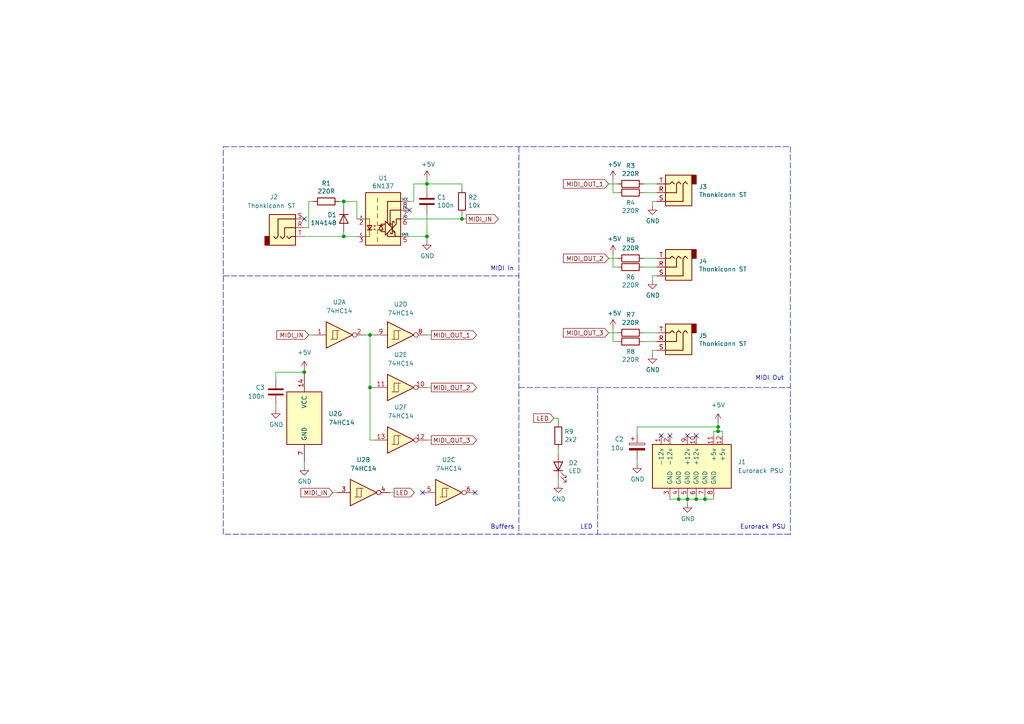
<source format=kicad_sch>
(kicad_sch (version 20211123) (generator eeschema)
  (paper "A4")
  (title_block (title "midi-splitter") (date "2022-11-20") (rev "A") (company "eurorack.rgm.io") (comment 3 "Released under CERN Open Hardware Licence Version 2 - Strongly Reciprocal") (comment 4 "Designed by: Rafael G. Martins"))
  (lib_symbols
    (symbol "74xx:74HC14" (pin_names (offset 1.016))
      (property "Reference" "U" (at 0 1.27 0))
      (property "Value" "74HC14" (at 0 -1.27 0))
      (symbol "74HC14_1_0"
        (polyline (pts (xy -3.81 3.81) (xy -3.81 -3.81) (xy 3.81 0) (xy -3.81 3.81)) (stroke (width 0.254)) (fill (type background)))
        (pin input line (at -7.62 0 0) (length 3.81) (name "~") (number "1"))
        (pin output inverted (at 7.62 0 180) (length 3.81) (name "~") (number "2"))
      )
      (symbol "74HC14_1_1"
        (polyline (pts (xy -1.905 -1.27) (xy -1.905 1.27) (xy -0.635 1.27)))
        (polyline (pts (xy -2.54 -1.27) (xy -0.635 -1.27) (xy -0.635 1.27) (xy 0 1.27)))
      )
      (symbol "74HC14_2_0"
        (polyline (pts (xy -3.81 3.81) (xy -3.81 -3.81) (xy 3.81 0) (xy -3.81 3.81)) (stroke (width 0.254)) (fill (type background)))
        (pin input line (at -7.62 0 0) (length 3.81) (name "~") (number "3"))
        (pin output inverted (at 7.62 0 180) (length 3.81) (name "~") (number "4"))
      )
      (symbol "74HC14_2_1"
        (polyline (pts (xy -1.905 -1.27) (xy -1.905 1.27) (xy -0.635 1.27)))
        (polyline (pts (xy -2.54 -1.27) (xy -0.635 -1.27) (xy -0.635 1.27) (xy 0 1.27)))
      )
      (symbol "74HC14_3_0"
        (polyline (pts (xy -3.81 3.81) (xy -3.81 -3.81) (xy 3.81 0) (xy -3.81 3.81)) (stroke (width 0.254)) (fill (type background)))
        (pin input line (at -7.62 0 0) (length 3.81) (name "~") (number "5"))
        (pin output inverted (at 7.62 0 180) (length 3.81) (name "~") (number "6"))
      )
      (symbol "74HC14_3_1"
        (polyline (pts (xy -1.905 -1.27) (xy -1.905 1.27) (xy -0.635 1.27)))
        (polyline (pts (xy -2.54 -1.27) (xy -0.635 -1.27) (xy -0.635 1.27) (xy 0 1.27)))
      )
      (symbol "74HC14_4_0"
        (polyline (pts (xy -3.81 3.81) (xy -3.81 -3.81) (xy 3.81 0) (xy -3.81 3.81)) (stroke (width 0.254)) (fill (type background)))
        (pin output inverted (at 7.62 0 180) (length 3.81) (name "~") (number "8"))
        (pin input line (at -7.62 0 0) (length 3.81) (name "~") (number "9"))
      )
      (symbol "74HC14_4_1"
        (polyline (pts (xy -1.905 -1.27) (xy -1.905 1.27) (xy -0.635 1.27)))
        (polyline (pts (xy -2.54 -1.27) (xy -0.635 -1.27) (xy -0.635 1.27) (xy 0 1.27)))
      )
      (symbol "74HC14_5_0"
        (polyline (pts (xy -3.81 3.81) (xy -3.81 -3.81) (xy 3.81 0) (xy -3.81 3.81)) (stroke (width 0.254)) (fill (type background)))
        (pin output inverted (at 7.62 0 180) (length 3.81) (name "~") (number "10"))
        (pin input line (at -7.62 0 0) (length 3.81) (name "~") (number "11"))
      )
      (symbol "74HC14_5_1"
        (polyline (pts (xy -1.905 -1.27) (xy -1.905 1.27) (xy -0.635 1.27)))
        (polyline (pts (xy -2.54 -1.27) (xy -0.635 -1.27) (xy -0.635 1.27) (xy 0 1.27)))
      )
      (symbol "74HC14_6_0"
        (polyline (pts (xy -3.81 3.81) (xy -3.81 -3.81) (xy 3.81 0) (xy -3.81 3.81)) (stroke (width 0.254)) (fill (type background)))
        (pin output inverted (at 7.62 0 180) (length 3.81) (name "~") (number "12"))
        (pin input line (at -7.62 0 0) (length 3.81) (name "~") (number "13"))
      )
      (symbol "74HC14_6_1"
        (polyline (pts (xy -1.905 -1.27) (xy -1.905 1.27) (xy -0.635 1.27)))
        (polyline (pts (xy -2.54 -1.27) (xy -0.635 -1.27) (xy -0.635 1.27) (xy 0 1.27)))
      )
      (symbol "74HC14_7_0"
        (pin power_in line (at 0 12.7 270) (length 5.08) (name "VCC") (number "14"))
        (pin power_in line (at 0 -12.7 90) (length 5.08) (name "GND") (number "7"))
      )
      (symbol "74HC14_7_1"
        (rectangle (start -5.08 7.62) (end 5.08 -7.62) (stroke (width 0.254)) (fill (type background)))
      )
    )
    (symbol "Connector:AudioJack3"
      (property "Reference" "J" (at 0 8.89 0))
      (property "Value" "AudioJack3" (at 0 6.35 0))
      (symbol "AudioJack3_0_1"
        (rectangle (start -5.08 -5.08) (end -6.35 -2.54) (stroke (width 0.254)) (fill (type outline)))
        (polyline (pts (xy 0 -2.54) (xy 0.635 -3.175) (xy 1.27 -2.54) (xy 2.54 -2.54)) (stroke (width 0.254)))
        (polyline (pts (xy -1.905 -2.54) (xy -1.27 -3.175) (xy -0.635 -2.54) (xy -0.635 0) (xy 2.54 0)) (stroke (width 0.254)))
        (polyline (pts (xy 2.54 2.54) (xy -2.54 2.54) (xy -2.54 -2.54) (xy -3.175 -3.175) (xy -3.81 -2.54)) (stroke (width 0.254)))
        (rectangle (start 2.54 3.81) (end -5.08 -5.08) (stroke (width 0.254)) (fill (type background)))
      )
      (symbol "AudioJack3_1_1"
        (pin passive line (at 5.08 0 180) (length 2.54) (name "~") (number "R"))
        (pin passive line (at 5.08 2.54 180) (length 2.54) (name "~") (number "S"))
        (pin passive line (at 5.08 -2.54 180) (length 2.54) (name "~") (number "T"))
      )
    )
    (symbol "Device:C" (pin_numbers hide) (pin_names (offset 0.254))
      (property "Reference" "C" (at 0.635 2.54 0))
      (property "Value" "C" (at 0.635 -2.54 0))
      (symbol "C_0_1"
        (polyline (pts (xy -2.032 -0.762) (xy 2.032 -0.762)) (stroke (width 0.508)))
        (polyline (pts (xy -2.032 0.762) (xy 2.032 0.762)) (stroke (width 0.508)))
      )
      (symbol "C_1_1"
        (pin passive line (at 0 3.81 270) (length 2.794) (name "~") (number "1"))
        (pin passive line (at 0 -3.81 90) (length 2.794) (name "~") (number "2"))
      )
    )
    (symbol "Device:C_Polarized" (pin_numbers hide) (pin_names (offset 0.254))
      (property "Reference" "C" (at 0.635 2.54 0))
      (property "Value" "C_Polarized" (at 0.635 -2.54 0))
      (symbol "C_Polarized_0_1"
        (rectangle (start -2.286 0.508) (end 2.286 1.016))
        (polyline (pts (xy -1.778 2.286) (xy -0.762 2.286)))
        (polyline (pts (xy -1.27 2.794) (xy -1.27 1.778)))
        (rectangle (start 2.286 -0.508) (end -2.286 -1.016) (fill (type outline)))
      )
      (symbol "C_Polarized_1_1"
        (pin passive line (at 0 3.81 270) (length 2.794) (name "~") (number "1"))
        (pin passive line (at 0 -3.81 90) (length 2.794) (name "~") (number "2"))
      )
    )
    (symbol "Device:LED" (pin_numbers hide) (pin_names (offset 1.016) hide)
      (property "Reference" "D" (at 0 2.54 0))
      (property "Value" "LED" (at 0 -2.54 0))
      (symbol "LED_0_1"
        (polyline (pts (xy -1.27 -1.27) (xy -1.27 1.27)) (stroke (width 0.254)))
        (polyline (pts (xy -1.27 0) (xy 1.27 0)))
        (polyline (pts (xy 1.27 -1.27) (xy 1.27 1.27) (xy -1.27 0) (xy 1.27 -1.27)) (stroke (width 0.254)))
        (polyline (pts (xy -3.048 -0.762) (xy -4.572 -2.286) (xy -3.81 -2.286) (xy -4.572 -2.286) (xy -4.572 -1.524)))
        (polyline (pts (xy -1.778 -0.762) (xy -3.302 -2.286) (xy -2.54 -2.286) (xy -3.302 -2.286) (xy -3.302 -1.524)))
      )
      (symbol "LED_1_1"
        (pin passive line (at -3.81 0 0) (length 2.54) (name "K") (number "1"))
        (pin passive line (at 3.81 0 180) (length 2.54) (name "A") (number "2"))
      )
    )
    (symbol "Device:R" (pin_numbers hide) (pin_names (offset 0))
      (property "Reference" "R" (at 2.032 0 90))
      (property "Value" "R" (at 0 0 90))
      (symbol "R_0_1"
        (rectangle (start -1.016 -2.54) (end 1.016 2.54) (stroke (width 0.254)))
      )
      (symbol "R_1_1"
        (pin passive line (at 0 3.81 270) (length 1.27) (name "~") (number "1"))
        (pin passive line (at 0 -3.81 90) (length 1.27) (name "~") (number "2"))
      )
    )
    (symbol "Diode:1N4148" (pin_numbers hide) (pin_names (offset 1.016) hide)
      (property "Reference" "D" (at 0 2.54 0))
      (property "Value" "1N4148" (at 0 -2.54 0))
      (symbol "1N4148_0_1"
        (polyline (pts (xy -1.27 1.27) (xy -1.27 -1.27)) (stroke (width 0.254)))
        (polyline (pts (xy 1.27 0) (xy -1.27 0)))
        (polyline (pts (xy 1.27 1.27) (xy 1.27 -1.27) (xy -1.27 0) (xy 1.27 1.27)) (stroke (width 0.254)))
      )
      (symbol "1N4148_1_1"
        (pin passive line (at -3.81 0 0) (length 2.54) (name "K") (number "1"))
        (pin passive line (at 3.81 0 180) (length 2.54) (name "A") (number "2"))
      )
    )
    (symbol "Isolator:6N137" (pin_names (offset 0))
      (property "Reference" "U" (at -4.064 8.89 0))
      (property "Value" "6N137" (at 0 -8.89 0))
      (symbol "6N137_0_1"
        (polyline (pts (xy 2.667 -3.556) (xy 2.667 -1.651)) (stroke (width 0.254)))
        (polyline (pts (xy 2.667 -2.159) (xy 2.667 -2.921)) (stroke (width 0.254)))
        (polyline (pts (xy 3.429 -3.937) (xy 3.429 -5.08)) (stroke (width 0.254)))
        (polyline (pts (xy -0.635 -3.302) (xy -0.635 -3.683) (xy 0.635 -3.683)) (stroke (width 0.254)))
        (polyline (pts (xy -0.635 -1.905) (xy -0.635 -1.524) (xy 0.508 -1.524)) (stroke (width 0.254)))
        (polyline (pts (xy 1.27 -4.064) (xy 1.27 -5.08) (xy 5.08 -5.08)) (stroke (width 0.254)))
        (polyline (pts (xy 1.27 -1.27) (xy 1.27 5.08) (xy 5.08 5.08)) (stroke (width 0.254)))
        (polyline (pts (xy 2.032 -1.27) (xy 2.032 2.54) (xy 5.08 2.54)) (stroke (width 0.254)))
        (polyline (pts (xy -5.08 -5.08) (xy -3.937 -5.08) (xy -3.937 0) (xy -5.08 0)))
        (polyline (pts (xy 2.667 -3.302) (xy 2.667 -4.318) (xy 2.159 -4.318) (xy 2.159 -3.937)) (stroke (width 0.254)))
        (polyline (pts (xy 2.667 -2.667) (xy 0.635 -4.699) (xy 0.635 -0.635) (xy 2.667 -2.667)) (stroke (width 0.254)))
        (polyline (pts (xy 2.667 -1.778) (xy 2.667 -0.762) (xy 3.175 -0.762) (xy 3.175 -1.143)) (stroke (width 0.254)))
        (polyline (pts (xy 2.794 -2.54) (xy 3.81 -1.524) (xy 3.81 0) (xy 5.08 0)) (stroke (width 0.254)))
        (polyline (pts (xy 2.667 -3.175) (xy 3.429 -3.937) (xy 3.302 -3.556) (xy 3.048 -3.81) (xy 3.429 -3.937)) (stroke (width 0.254)))
        (circle (center 2.032 -1.524) (radius 0.254) (stroke (width 0.254)))
      )
      (symbol "6N137_1_1"
        (rectangle (start -5.08 7.62) (end 5.08 -7.62) (stroke (width 0.254)) (fill (type background)))
        (polyline (pts (xy -4.572 -3.175) (xy -3.302 -3.175)) (stroke (width 0.254)))
        (polyline (pts (xy -1.651 -5.334) (xy -1.651 -6.604)))
        (polyline (pts (xy -1.651 -3.048) (xy -1.651 -4.318)))
        (polyline (pts (xy -1.651 -0.762) (xy -1.651 -2.032)))
        (polyline (pts (xy -1.651 1.524) (xy -1.651 0.254)))
        (polyline (pts (xy -1.651 3.81) (xy -1.651 2.54)))
        (polyline (pts (xy -1.651 6.096) (xy -1.651 4.826)))
        (polyline (pts (xy -1.27 -1.905) (xy 0 -1.905)) (stroke (width 0.254)))
        (polyline (pts (xy -3.937 -3.175) (xy -4.572 -1.905) (xy -3.302 -1.905) (xy -3.937 -3.175)) (stroke (width 0.254)))
        (polyline (pts (xy -0.635 -1.905) (xy -1.27 -3.175) (xy 0 -3.175) (xy -0.635 -1.905)) (stroke (width 0.254)))
        (polyline (pts (xy -2.921 -3.048) (xy -2.159 -3.048) (xy -2.54 -3.175) (xy -2.54 -2.921) (xy -2.159 -3.048)) (stroke (width 0.127)))
        (polyline (pts (xy -2.921 -2.032) (xy -2.159 -2.032) (xy -2.54 -2.159) (xy -2.54 -1.905) (xy -2.159 -2.032)) (stroke (width 0.127)))
        (pin no_connect line (at -5.08 5.08 0) (length 2.54) hide (name "NC") (number "1"))
        (pin passive line (at -7.62 0 0) (length 2.54) (name "A") (number "2"))
        (pin passive line (at -7.62 -5.08 0) (length 2.54) (name "C") (number "3"))
        (pin power_in line (at 7.62 -5.08 180) (length 2.54) (name "GND") (number "5"))
        (pin open_collector line (at 7.62 0 180) (length 2.54) (name "VO") (number "6"))
        (pin input line (at 7.62 2.54 180) (length 2.54) (name "EN") (number "7"))
        (pin power_in line (at 7.62 5.08 180) (length 2.54) (name "VCC") (number "8"))
      )
    )
    (symbol "eurorack:Connector_Eurorack_PSU" (pin_names (offset 1.016))
      (property "Reference" "J" (at 8.89 -6.35 0))
      (property "Value" "Connector_Eurorack_PSU" (at 8.89 -8.89 0))
      (symbol "Connector_Eurorack_PSU_0_1"
        (rectangle (start -11.43 8.89) (end 11.43 -3.81) (stroke (width 0.254)) (fill (type background)))
      )
      (symbol "Connector_Eurorack_PSU_1_1"
        (pin power_out line (at -8.89 11.43 270) (length 2.54) (name "-12v") (number "1"))
        (pin passive line (at 1.27 11.43 270) (length 2.54) (name "+12v") (number "10"))
        (pin power_out line (at 6.35 11.43 270) (length 2.54) (name "+5v") (number "11"))
        (pin passive line (at 8.89 11.43 270) (length 2.54) (name "+5v") (number "12"))
        (pin no_connect line (at -13.97 1.27 0) (length 2.54) hide (name "NC") (number "13"))
        (pin no_connect line (at -13.97 -1.27 0) (length 2.54) hide (name "NC") (number "14"))
        (pin no_connect line (at 13.97 1.27 180) (length 2.54) hide (name "NC") (number "15"))
        (pin no_connect line (at 13.97 -1.27 180) (length 2.54) hide (name "NC") (number "16"))
        (pin passive line (at -6.35 11.43 270) (length 2.54) (name "-12v") (number "2"))
        (pin power_out line (at -6.35 -6.35 90) (length 2.54) (name "GND") (number "3"))
        (pin passive line (at -3.81 -6.35 90) (length 2.54) (name "GND") (number "4"))
        (pin passive line (at -1.27 -6.35 90) (length 2.54) (name "GND") (number "5"))
        (pin passive line (at 1.27 -6.35 90) (length 2.54) (name "GND") (number "6"))
        (pin passive line (at 3.81 -6.35 90) (length 2.54) (name "GND") (number "7"))
        (pin passive line (at 6.35 -6.35 90) (length 2.54) (name "GND") (number "8"))
        (pin power_out line (at -1.27 11.43 270) (length 2.54) (name "+12v") (number "9"))
      )
    )
    (symbol "power:+5V" (power) (pin_names (offset 0))
      (property "Value" "+5V" (at 0 3.556 0))
      (symbol "+5V_0_1"
        (polyline (pts (xy -0.762 1.27) (xy 0 2.54)))
        (polyline (pts (xy 0 0) (xy 0 2.54)))
        (polyline (pts (xy 0 2.54) (xy 0.762 1.27)))
      )
      (symbol "+5V_1_1"
        (pin power_in line (at 0 0 90) (length 0) hide (name "+5V") (number "1"))
      )
    )
    (symbol "power:GND" (power) (pin_names (offset 0))
      (property "Value" "GND" (at 0 -3.81 0))
      (symbol "GND_0_1"
        (polyline (pts (xy 0 0) (xy 0 -1.27) (xy 1.27 -1.27) (xy 0 -2.54) (xy -1.27 -1.27) (xy 0 -1.27)))
      )
      (symbol "GND_1_1"
        (pin power_in line (at 0 0 270) (length 0) hide (name "GND") (number "1"))
      )
    )
  )
  (junction (at 133.985 63.5))
  (junction (at 199.39 144.78))
  (junction (at 201.93 144.78))
  (junction (at 88.265 107.95))
  (junction (at 208.28 125.095))
  (junction (at 196.85 144.78))
  (junction (at 107.315 97.155))
  (junction (at 99.695 58.42))
  (junction (at 107.315 112.395))
  (junction (at 208.28 123.825))
  (junction (at 204.47 144.78))
  (junction (at 99.695 68.58))
  (junction (at 123.825 53.34))
  (junction (at 123.825 68.58))
  (no_connect (at 118.745 60.96))
  (no_connect (at 122.555 142.875))
  (no_connect (at 137.795 142.875))
  (no_connect (at 88.265 63.5))
  (no_connect (at 199.39 126.365))
  (no_connect (at 201.93 126.365))
  (no_connect (at 194.31 126.365))
  (no_connect (at 191.77 126.365))
  (wire (pts (xy 184.785 133.35) (xy 184.785 134.62)))
  (wire (pts (xy 98.425 58.42) (xy 99.695 58.42)))
  (wire (pts (xy 80.01 117.475) (xy 80.01 118.745)))
  (wire (pts (xy 176.53 74.93) (xy 179.07 74.93)))
  (wire (pts (xy 189.23 58.42) (xy 190.5 58.42)))
  (wire (pts (xy 177.8 99.06) (xy 179.07 99.06)))
  (wire (pts (xy 123.825 127.635) (xy 125.095 127.635)))
  (wire (pts (xy 196.85 144.78) (xy 194.31 144.78)))
  (wire (pts (xy 189.23 59.69) (xy 189.23 58.42)))
  (wire (pts (xy 133.985 63.5) (xy 133.985 62.23)))
  (wire (pts (xy 107.315 112.395) (xy 107.315 127.635)))
  (wire (pts (xy 113.03 142.875) (xy 114.3 142.875)))
  (wire (pts (xy 189.23 102.87) (xy 189.23 101.6)))
  (wire (pts (xy 88.265 68.58) (xy 99.695 68.58)))
  (wire (pts (xy 207.01 144.145) (xy 207.01 144.78)))
  (wire (pts (xy 123.825 54.61) (xy 123.825 53.34)))
  (wire (pts (xy 189.23 80.01) (xy 190.5 80.01)))
  (wire (pts (xy 208.28 122.555) (xy 208.28 123.825)))
  (wire (pts (xy 118.745 58.42) (xy 120.015 58.42)))
  (wire (pts (xy 186.69 55.88) (xy 190.5 55.88)))
  (polyline (pts (xy 150.495 112.395) (xy 229.235 112.395)))
  (wire (pts (xy 209.55 125.095) (xy 208.28 125.095)))
  (wire (pts (xy 184.785 125.73) (xy 184.785 123.825)))
  (wire (pts (xy 123.825 112.395) (xy 125.095 112.395)))
  (wire (pts (xy 133.985 63.5) (xy 135.255 63.5)))
  (wire (pts (xy 99.695 58.42) (xy 103.505 58.42)))
  (wire (pts (xy 108.585 127.635) (xy 107.315 127.635)))
  (wire (pts (xy 89.535 66.04) (xy 89.535 58.42)))
  (wire (pts (xy 196.85 144.145) (xy 196.85 144.78)))
  (wire (pts (xy 123.825 69.85) (xy 123.825 68.58)))
  (wire (pts (xy 177.8 55.88) (xy 179.07 55.88)))
  (wire (pts (xy 207.01 144.78) (xy 204.47 144.78)))
  (wire (pts (xy 199.39 144.78) (xy 199.39 146.05)))
  (wire (pts (xy 89.535 58.42) (xy 90.805 58.42)))
  (wire (pts (xy 123.825 68.58) (xy 123.825 62.23)))
  (wire (pts (xy 133.985 53.34) (xy 133.985 54.61)))
  (polyline (pts (xy 64.77 154.94) (xy 64.77 42.545)))
  (polyline (pts (xy 229.235 154.94) (xy 64.77 154.94)))
  (wire (pts (xy 208.28 123.825) (xy 208.28 125.095)))
  (wire (pts (xy 207.01 125.095) (xy 207.01 126.365)))
  (wire (pts (xy 199.39 144.78) (xy 196.85 144.78)))
  (wire (pts (xy 99.695 68.58) (xy 103.505 68.58)))
  (wire (pts (xy 123.825 97.155) (xy 125.095 97.155)))
  (wire (pts (xy 199.39 144.145) (xy 199.39 144.78)))
  (wire (pts (xy 118.745 68.58) (xy 123.825 68.58)))
  (wire (pts (xy 204.47 144.145) (xy 204.47 144.78)))
  (wire (pts (xy 194.31 144.78) (xy 194.31 144.145)))
  (polyline (pts (xy 150.495 42.545) (xy 150.495 154.94)))
  (wire (pts (xy 80.01 107.95) (xy 88.265 107.95)))
  (wire (pts (xy 107.315 112.395) (xy 108.585 112.395)))
  (wire (pts (xy 120.015 58.42) (xy 120.015 53.34)))
  (wire (pts (xy 177.8 95.25) (xy 177.8 99.06)))
  (wire (pts (xy 184.785 123.825) (xy 208.28 123.825)))
  (wire (pts (xy 176.53 53.34) (xy 179.07 53.34)))
  (wire (pts (xy 177.8 52.07) (xy 177.8 55.88)))
  (wire (pts (xy 88.265 107.315) (xy 88.265 107.95)))
  (wire (pts (xy 177.8 77.47) (xy 179.07 77.47)))
  (wire (pts (xy 107.315 97.155) (xy 108.585 97.155)))
  (wire (pts (xy 118.745 63.5) (xy 133.985 63.5)))
  (wire (pts (xy 99.695 59.69) (xy 99.695 58.42)))
  (wire (pts (xy 208.28 125.095) (xy 207.01 125.095)))
  (polyline (pts (xy 64.77 80.01) (xy 150.495 80.01)))
  (wire (pts (xy 186.69 77.47) (xy 190.5 77.47)))
  (wire (pts (xy 89.535 97.155) (xy 90.805 97.155)))
  (wire (pts (xy 96.52 142.875) (xy 97.79 142.875)))
  (wire (pts (xy 103.505 58.42) (xy 103.505 63.5)))
  (wire (pts (xy 99.695 67.31) (xy 99.695 68.58)))
  (wire (pts (xy 161.925 121.285) (xy 161.925 122.555)))
  (wire (pts (xy 88.265 66.04) (xy 89.535 66.04)))
  (wire (pts (xy 80.01 109.855) (xy 80.01 107.95)))
  (wire (pts (xy 177.8 73.66) (xy 177.8 77.47)))
  (polyline (pts (xy 229.235 42.545) (xy 229.235 154.94)))
  (polyline (pts (xy 64.77 42.545) (xy 229.235 42.545)))
  (wire (pts (xy 189.23 101.6) (xy 190.5 101.6)))
  (wire (pts (xy 201.93 144.78) (xy 199.39 144.78)))
  (wire (pts (xy 204.47 144.78) (xy 201.93 144.78)))
  (wire (pts (xy 123.825 53.34) (xy 123.825 52.07)))
  (wire (pts (xy 186.69 74.93) (xy 190.5 74.93)))
  (wire (pts (xy 161.925 140.335) (xy 161.925 139.065)))
  (wire (pts (xy 189.23 81.28) (xy 189.23 80.01)))
  (wire (pts (xy 186.69 99.06) (xy 190.5 99.06)))
  (wire (pts (xy 106.045 97.155) (xy 107.315 97.155)))
  (wire (pts (xy 161.925 131.445) (xy 161.925 130.175)))
  (wire (pts (xy 160.655 121.285) (xy 161.925 121.285)))
  (wire (pts (xy 186.69 96.52) (xy 190.5 96.52)))
  (wire (pts (xy 186.69 53.34) (xy 190.5 53.34)))
  (wire (pts (xy 88.265 133.985) (xy 88.265 135.255)))
  (wire (pts (xy 201.93 144.145) (xy 201.93 144.78)))
  (wire (pts (xy 120.015 53.34) (xy 123.825 53.34)))
  (wire (pts (xy 123.825 53.34) (xy 133.985 53.34)))
  (wire (pts (xy 176.53 96.52) (xy 179.07 96.52)))
  (wire (pts (xy 209.55 126.365) (xy 209.55 125.095)))
  (wire (pts (xy 107.315 97.155) (xy 107.315 112.395)))
  (polyline (pts (xy 173.355 112.395) (xy 173.355 154.94)))
  (wire (pts (xy 88.265 107.95) (xy 88.265 108.585)))
  (text "LED" (at 168.275 153.67 0) (effects (font (size 1.27 1.27)) (justify left bottom)))
  (text "MIDI In" (at 142.24 78.74 0) (effects (font (size 1.27 1.27)) (justify left bottom)))
  (text "Buffers" (at 142.24 153.67 0) (effects (font (size 1.27 1.27)) (justify left bottom)))
  (text "Eurorack PSU" (at 214.63 153.67 0) (effects (font (size 1.27 1.27)) (justify left bottom)))
  (text "MIDI Out" (at 219.075 110.49 0) (effects (font (size 1.27 1.27)) (justify left bottom)))
  (global_label "MIDI_IN" (shape output) (at 135.255 63.5 0) (property "Intersheet References" "${INTERSHEET_REFS}" (effects hide)))
  (global_label "LED" (shape input) (at 160.655 121.285 180) (property "Intersheet References" "${INTERSHEET_REFS}" (effects hide)))
  (global_label "MIDI_IN" (shape input) (at 96.52 142.875 180) (property "Intersheet References" "${INTERSHEET_REFS}" (effects hide)))
  (global_label "MIDI_OUT_3" (shape output) (at 125.095 127.635 0) (property "Intersheet References" "${INTERSHEET_REFS}" (effects hide)))
  (global_label "LED" (shape output) (at 114.3 142.875 0) (property "Intersheet References" "${INTERSHEET_REFS}" (effects hide)))
  (global_label "MIDI_OUT_2" (shape output) (at 125.095 112.395 0) (property "Intersheet References" "${INTERSHEET_REFS}" (effects hide)))
  (global_label "MIDI_OUT_1" (shape output) (at 125.095 97.155 0) (property "Intersheet References" "${INTERSHEET_REFS}" (effects hide)))
  (global_label "MIDI_IN" (shape input) (at 89.535 97.155 180) (property "Intersheet References" "${INTERSHEET_REFS}" (effects hide)))
  (global_label "MIDI_OUT_3" (shape input) (at 176.53 96.52 180) (property "Intersheet References" "${INTERSHEET_REFS}" (effects hide)))
  (global_label "MIDI_OUT_1" (shape input) (at 176.53 53.34 180) (property "Intersheet References" "${INTERSHEET_REFS}" (effects hide)))
  (global_label "MIDI_OUT_2" (shape input) (at 176.53 74.93 180) (property "Intersheet References" "${INTERSHEET_REFS}" (effects hide)))
  (symbol (lib_id "Isolator:6N137") (at 111.125 63.5 0) (unit 1)
    (property "Reference" "U1" (at 111.125 51.6382 0))
    (property "Value" "6N137" (at 111.125 53.9496 0))
    (property "Footprint" "Package_DIP:DIP-8_W7.62mm" (effects hide))
    (property "Datasheet" "https://docs.broadcom.com/docs/AV02-0940EN" (effects hide))
  )
  (symbol (lib_id "Device:R") (at 94.615 58.42 90) (unit 1)
    (property "Reference" "R1" (at 94.615 53.1622 90))
    (property "Value" "220R" (at 94.615 55.4736 90))
    (property "Footprint" "Resistor_THT:R_Axial_DIN0207_L6.3mm_D2.5mm_P10.16mm_Horizontal" (effects hide))
  )
  (symbol (lib_id "Diode:1N4148") (at 99.695 63.5 270) (unit 1)
    (property "Reference" "D1" (at 97.663 62.3316 90) (effects (justify right)))
    (property "Value" "1N4148" (at 97.663 64.643 90) (effects (justify right)))
    (property "Footprint" "Diode_THT:D_DO-35_SOD27_P7.62mm_Horizontal" (effects hide))
    (property "Datasheet" "https://assets.nexperia.com/documents/data-sheet/1N4148_1N4448.pdf" (effects hide))
  )
  (symbol (lib_id "Connector:AudioJack3") (at 83.185 66.04 0) (unit 1)
    (property "Reference" "J2" (at 80.645 57.15 0) (effects (justify right)))
    (property "Value" "Thonkiconn ST" (at 85.725 59.69 0) (effects (justify right)))
    (property "Footprint" "eurorack:Jack_3.5mm_QingPu_WQP-PJ366ST_Vertical" (effects hide))
  )
  (symbol (lib_id "Device:R") (at 133.985 58.42 0) (unit 1)
    (property "Reference" "R2" (at 135.763 57.2516 0) (effects (justify left)))
    (property "Value" "10k" (at 135.763 59.563 0) (effects (justify left)))
    (property "Footprint" "Resistor_THT:R_Axial_DIN0207_L6.3mm_D2.5mm_P10.16mm_Horizontal" (effects hide))
  )
  (symbol (lib_id "Device:C") (at 123.825 58.42 0) (unit 1)
    (property "Reference" "C1" (at 126.746 57.2516 0) (effects (justify left)))
    (property "Value" "100n" (at 126.746 59.563 0) (effects (justify left)))
    (property "Footprint" "Capacitor_THT:C_Disc_D4.3mm_W1.9mm_P5.00mm" (effects hide))
  )
  (symbol (lib_id "power:+5V") (at 123.825 52.07 0) (unit 1)
    (property "Reference" "#PWR0101" (effects hide))
    (property "Value" "+5V" (at 124.206 47.6758 0))
  )
  (symbol (lib_id "power:GND") (at 123.825 69.85 0) (unit 1)
    (property "Reference" "#PWR0102" (effects hide))
    (property "Value" "GND" (at 123.952 74.2442 0))
  )
  (symbol (lib_id "Connector:AudioJack3") (at 195.58 55.88 180) (unit 1)
    (property "Reference" "J3" (at 202.692 54.1782 0) (effects (justify right)))
    (property "Value" "Thonkiconn ST" (at 202.692 56.4896 0) (effects (justify right)))
    (property "Footprint" "eurorack:Jack_3.5mm_QingPu_WQP-PJ366ST_Vertical" (effects hide))
  )
  (symbol (lib_id "power:GND") (at 189.23 59.69 0) (unit 1)
    (property "Reference" "#PWR0103" (effects hide))
    (property "Value" "GND" (at 189.357 64.0842 0))
  )
  (symbol (lib_id "Device:R") (at 182.88 53.34 90) (unit 1)
    (property "Reference" "R3" (at 182.88 48.0822 90))
    (property "Value" "220R" (at 182.88 50.3936 90))
    (property "Footprint" "Resistor_THT:R_Axial_DIN0207_L6.3mm_D2.5mm_P10.16mm_Horizontal" (effects hide))
  )
  (symbol (lib_id "Device:R") (at 182.88 55.88 90) (unit 1)
    (property "Reference" "R4" (at 182.88 58.801 90))
    (property "Value" "220R" (at 182.88 61.1124 90))
    (property "Footprint" "Resistor_THT:R_Axial_DIN0207_L6.3mm_D2.5mm_P10.16mm_Horizontal" (effects hide))
  )
  (symbol (lib_id "power:+5V") (at 177.8 52.07 0) (unit 1)
    (property "Reference" "#PWR0104" (effects hide))
    (property "Value" "+5V" (at 178.181 47.6758 0))
  )
  (symbol (lib_id "Connector:AudioJack3") (at 195.58 77.47 180) (unit 1)
    (property "Reference" "J4" (at 202.692 75.7682 0) (effects (justify right)))
    (property "Value" "Thonkiconn ST" (at 202.692 78.0796 0) (effects (justify right)))
    (property "Footprint" "eurorack:Jack_3.5mm_QingPu_WQP-PJ366ST_Vertical" (effects hide))
  )
  (symbol (lib_id "power:GND") (at 189.23 81.28 0) (unit 1)
    (property "Reference" "#PWR0105" (effects hide))
    (property "Value" "GND" (at 189.357 85.6742 0))
  )
  (symbol (lib_id "Device:R") (at 182.88 74.93 90) (unit 1)
    (property "Reference" "R5" (at 182.88 69.6722 90))
    (property "Value" "220R" (at 182.88 71.9836 90))
    (property "Footprint" "Resistor_THT:R_Axial_DIN0207_L6.3mm_D2.5mm_P10.16mm_Horizontal" (effects hide))
  )
  (symbol (lib_id "Device:R") (at 182.88 77.47 90) (unit 1)
    (property "Reference" "R6" (at 182.88 80.391 90))
    (property "Value" "220R" (at 182.88 82.7024 90))
    (property "Footprint" "Resistor_THT:R_Axial_DIN0207_L6.3mm_D2.5mm_P10.16mm_Horizontal" (effects hide))
  )
  (symbol (lib_id "power:+5V") (at 177.8 73.66 0) (unit 1)
    (property "Reference" "#PWR0106" (effects hide))
    (property "Value" "+5V" (at 178.181 69.2658 0))
  )
  (symbol (lib_id "Connector:AudioJack3") (at 195.58 99.06 180) (unit 1)
    (property "Reference" "J5" (at 202.692 97.3582 0) (effects (justify right)))
    (property "Value" "Thonkiconn ST" (at 202.692 99.6696 0) (effects (justify right)))
    (property "Footprint" "eurorack:Jack_3.5mm_QingPu_WQP-PJ366ST_Vertical" (effects hide))
  )
  (symbol (lib_id "power:GND") (at 189.23 102.87 0) (unit 1)
    (property "Reference" "#PWR0107" (effects hide))
    (property "Value" "GND" (at 189.357 107.2642 0))
  )
  (symbol (lib_id "Device:R") (at 182.88 96.52 90) (unit 1)
    (property "Reference" "R7" (at 182.88 91.2622 90))
    (property "Value" "220R" (at 182.88 93.5736 90))
    (property "Footprint" "Resistor_THT:R_Axial_DIN0207_L6.3mm_D2.5mm_P10.16mm_Horizontal" (effects hide))
  )
  (symbol (lib_id "Device:R") (at 182.88 99.06 90) (unit 1)
    (property "Reference" "R8" (at 182.88 101.981 90))
    (property "Value" "220R" (at 182.88 104.2924 90))
    (property "Footprint" "Resistor_THT:R_Axial_DIN0207_L6.3mm_D2.5mm_P10.16mm_Horizontal" (effects hide))
  )
  (symbol (lib_id "power:+5V") (at 177.8 95.25 0) (unit 1)
    (property "Reference" "#PWR0108" (effects hide))
    (property "Value" "+5V" (at 178.181 90.8558 0))
  )
  (symbol (lib_id "Device:R") (at 161.925 126.365 0) (unit 1)
    (property "Reference" "R9" (at 163.703 125.1966 0) (effects (justify left)))
    (property "Value" "2k2" (at 163.703 127.508 0) (effects (justify left)))
    (property "Footprint" "Resistor_THT:R_Axial_DIN0207_L6.3mm_D2.5mm_P10.16mm_Horizontal" (effects hide))
  )
  (symbol (lib_id "Device:LED") (at 161.925 135.255 90) (unit 1)
    (property "Reference" "D2" (at 164.9222 134.2644 90) (effects (justify right)))
    (property "Value" "LED" (at 164.9222 136.5758 90) (effects (justify right)))
    (property "Footprint" "LED_THT:LED_D3.0mm" (effects hide))
  )
  (symbol (lib_id "power:GND") (at 161.925 140.335 0) (unit 1)
    (property "Reference" "#PWR0111" (effects hide))
    (property "Value" "GND" (at 162.052 144.7292 0))
  )
  (symbol (lib_id "74xx:74HC14") (at 116.205 97.155 0) (unit 4)
    (property "Reference" "U2" (at 116.205 88.265 0))
    (property "Value" "74HC14" (at 116.205 90.805 0))
    (property "Footprint" "Package_DIP:DIP-14_W7.62mm" (effects hide))
    (property "Datasheet" "http://www.ti.com/lit/gpn/sn74HC14" (effects hide))
  )
  (symbol (lib_id "eurorack:Connector_Eurorack_PSU") (at 200.66 137.795 0) (unit 1)
    (property "Reference" "J1" (at 213.995 133.9849 0) (effects (justify left)))
    (property "Value" "Eurorack PSU" (at 213.995 136.5249 0) (effects (justify left)))
    (property "Footprint" "eurorack:IDC-Header_2x08_P2.54mm_Vertical" (effects hide))
    (property "Datasheet" " ~" (effects hide))
  )
  (symbol (lib_id "Device:C_Polarized") (at 184.785 129.54 0) (unit 1)
    (property "Reference" "C2" (at 180.975 127.3809 0) (effects (justify right)))
    (property "Value" "10u" (at 180.975 129.9209 0) (effects (justify right)))
    (property "Footprint" "Capacitor_THT:CP_Radial_D5.0mm_P2.50mm" (effects hide))
  )
  (symbol (lib_id "power:GND") (at 80.01 118.745 0) (unit 1)
    (property "Reference" "#PWR0115" (effects hide))
    (property "Value" "GND" (at 80.137 123.1392 0))
  )
  (symbol (lib_id "power:GND") (at 184.785 134.62 0) (unit 1)
    (property "Reference" "#PWR0113" (effects hide))
    (property "Value" "GND" (at 184.912 139.0142 0))
  )
  (symbol (lib_id "power:+5V") (at 88.265 107.315 0) (unit 1)
    (property "Reference" "#PWR0109" (effects hide))
    (property "Value" "+5V" (at 88.265 102.235 0))
  )
  (symbol (lib_id "power:GND") (at 88.265 135.255 0) (unit 1)
    (property "Reference" "#PWR0110" (effects hide))
    (property "Value" "GND" (at 88.392 139.6492 0))
  )
  (symbol (lib_id "power:+5V") (at 208.28 122.555 0) (unit 1)
    (property "Reference" "#PWR0112" (effects hide))
    (property "Value" "+5V" (at 208.28 117.475 0))
  )
  (symbol (lib_id "Device:C") (at 80.01 113.665 0) (unit 1)
    (property "Reference" "C3" (at 76.835 112.3949 0) (effects (justify right)))
    (property "Value" "100n" (at 76.835 114.9349 0) (effects (justify right)))
    (property "Footprint" "Capacitor_THT:C_Disc_D4.3mm_W1.9mm_P5.00mm" (effects hide))
  )
  (symbol (lib_id "74xx:74HC14") (at 116.205 127.635 0) (unit 6)
    (property "Reference" "U2" (at 116.205 118.11 0))
    (property "Value" "74HC14" (at 116.205 120.65 0))
    (property "Footprint" "Package_DIP:DIP-14_W7.62mm" (effects hide))
    (property "Datasheet" "http://www.ti.com/lit/gpn/sn74HC14" (effects hide))
  )
  (symbol (lib_id "74xx:74HC14") (at 116.205 112.395 0) (unit 5)
    (property "Reference" "U2" (at 116.205 102.87 0))
    (property "Value" "74HC14" (at 116.205 105.41 0))
    (property "Footprint" "Package_DIP:DIP-14_W7.62mm" (effects hide))
    (property "Datasheet" "http://www.ti.com/lit/gpn/sn74HC14" (effects hide))
  )
  (symbol (lib_id "74xx:74HC14") (at 98.425 97.155 0) (unit 1)
    (property "Reference" "U2" (at 98.425 87.63 0))
    (property "Value" "74HC14" (at 98.425 90.17 0))
    (property "Footprint" "Package_DIP:DIP-14_W7.62mm" (effects hide))
    (property "Datasheet" "http://www.ti.com/lit/gpn/sn74HC14" (effects hide))
  )
  (symbol (lib_id "74xx:74HC14") (at 105.41 142.875 0) (unit 2)
    (property "Reference" "U2" (at 105.41 133.35 0))
    (property "Value" "74HC14" (at 105.41 135.89 0))
    (property "Datasheet" "http://www.ti.com/lit/gpn/sn74HC14" (effects hide))
  )
  (symbol (lib_id "power:GND") (at 199.39 146.05 0) (unit 1)
    (property "Reference" "#PWR0114" (effects hide))
    (property "Value" "GND" (at 199.517 150.4442 0))
  )
  (symbol (lib_id "74xx:74HC14") (at 88.265 121.285 0) (unit 7)
    (property "Reference" "U2" (at 95.25 120.0149 0) (effects (justify left)))
    (property "Value" "74HC14" (at 95.25 122.5549 0) (effects (justify left)))
    (property "Footprint" "Package_DIP:DIP-14_W7.62mm" (effects hide))
    (property "Datasheet" "http://www.ti.com/lit/gpn/sn74HC14" (effects hide))
  )
  (symbol (lib_id "74xx:74HC14") (at 130.175 142.875 0) (unit 3)
    (property "Reference" "U2" (at 130.175 133.35 0))
    (property "Value" "74HC14" (at 130.175 135.89 0))
    (property "Datasheet" "http://www.ti.com/lit/gpn/sn74HC14" (effects hide))
  )
)
</source>
